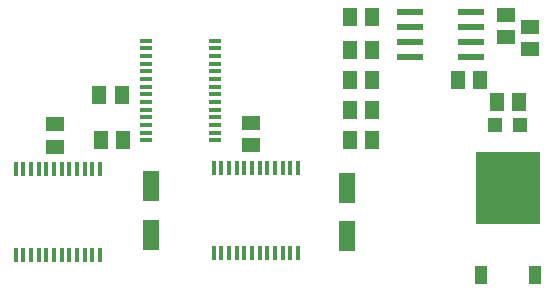
<source format=gbr>
G04 EAGLE Gerber RS-274X export*
G75*
%MOMM*%
%FSLAX34Y34*%
%LPD*%
%INSolderpaste Top*%
%IPPOS*%
%AMOC8*
5,1,8,0,0,1.08239X$1,22.5*%
G01*
%ADD10R,2.200000X0.600000*%
%ADD11R,1.500000X1.300000*%
%ADD12R,1.300000X1.500000*%
%ADD13R,0.400000X1.250000*%
%ADD14R,1.400000X2.600000*%
%ADD15R,1.200000X1.200000*%
%ADD16R,5.400000X6.200000*%
%ADD17R,1.000000X1.600000*%
%ADD18R,0.990600X0.304800*%


D10*
X447710Y283210D03*
X499710Y283210D03*
X447710Y295910D03*
X447710Y270510D03*
X447710Y257810D03*
X499710Y295910D03*
X499710Y270510D03*
X499710Y257810D03*
D11*
X549910Y264820D03*
X549910Y283820D03*
X529590Y274980D03*
X529590Y293980D03*
D12*
X488340Y238760D03*
X507340Y238760D03*
D13*
X114110Y90750D03*
X120610Y90750D03*
X127110Y90750D03*
X133610Y90750D03*
X140110Y90750D03*
X146610Y90750D03*
X153110Y90750D03*
X159610Y90750D03*
X166110Y90750D03*
X172610Y90750D03*
X179110Y90750D03*
X185610Y90750D03*
X172610Y163250D03*
X166110Y163250D03*
X159610Y163250D03*
X153110Y163250D03*
X146610Y163250D03*
X140110Y163250D03*
X133610Y163250D03*
X127110Y163250D03*
X120610Y163250D03*
X114110Y163250D03*
X179110Y163250D03*
X185610Y163250D03*
X281750Y92020D03*
X288250Y92020D03*
X294750Y92020D03*
X301250Y92020D03*
X307750Y92020D03*
X314250Y92020D03*
X320750Y92020D03*
X327250Y92020D03*
X333750Y92020D03*
X340250Y92020D03*
X346750Y92020D03*
X353250Y92020D03*
X340250Y164520D03*
X333750Y164520D03*
X327250Y164520D03*
X320750Y164520D03*
X314250Y164520D03*
X307750Y164520D03*
X301250Y164520D03*
X294750Y164520D03*
X288250Y164520D03*
X281750Y164520D03*
X346750Y164520D03*
X353250Y164520D03*
D12*
X415900Y187960D03*
X396900Y187960D03*
X415900Y213360D03*
X396900Y213360D03*
X415900Y238760D03*
X396900Y238760D03*
X205080Y187960D03*
X186080Y187960D03*
X184810Y226060D03*
X203810Y226060D03*
D14*
X394970Y106500D03*
X394970Y147500D03*
X228600Y107770D03*
X228600Y148770D03*
D15*
X541360Y200660D03*
X520360Y200660D03*
D12*
X521360Y219710D03*
X540360Y219710D03*
D16*
X530860Y146920D03*
D17*
X508060Y73920D03*
X553660Y73920D03*
D18*
X283178Y187620D03*
X283178Y194120D03*
X283178Y200620D03*
X283178Y207120D03*
X283178Y213620D03*
X283178Y220120D03*
X283178Y226620D03*
X283178Y233120D03*
X224822Y233120D03*
X224822Y226620D03*
X224822Y220120D03*
X224822Y213620D03*
X224822Y207120D03*
X224822Y200620D03*
X224822Y194120D03*
X224822Y187620D03*
X283178Y239620D03*
X283178Y246120D03*
X224822Y239620D03*
X224822Y246120D03*
X283178Y252620D03*
X283178Y259120D03*
X283178Y265620D03*
X283178Y272120D03*
X224822Y272120D03*
X224822Y265620D03*
X224822Y259120D03*
X224822Y252620D03*
D12*
X415900Y264160D03*
X396900Y264160D03*
X415900Y292100D03*
X396900Y292100D03*
D11*
X313690Y183540D03*
X313690Y202540D03*
X147320Y182270D03*
X147320Y201270D03*
M02*

</source>
